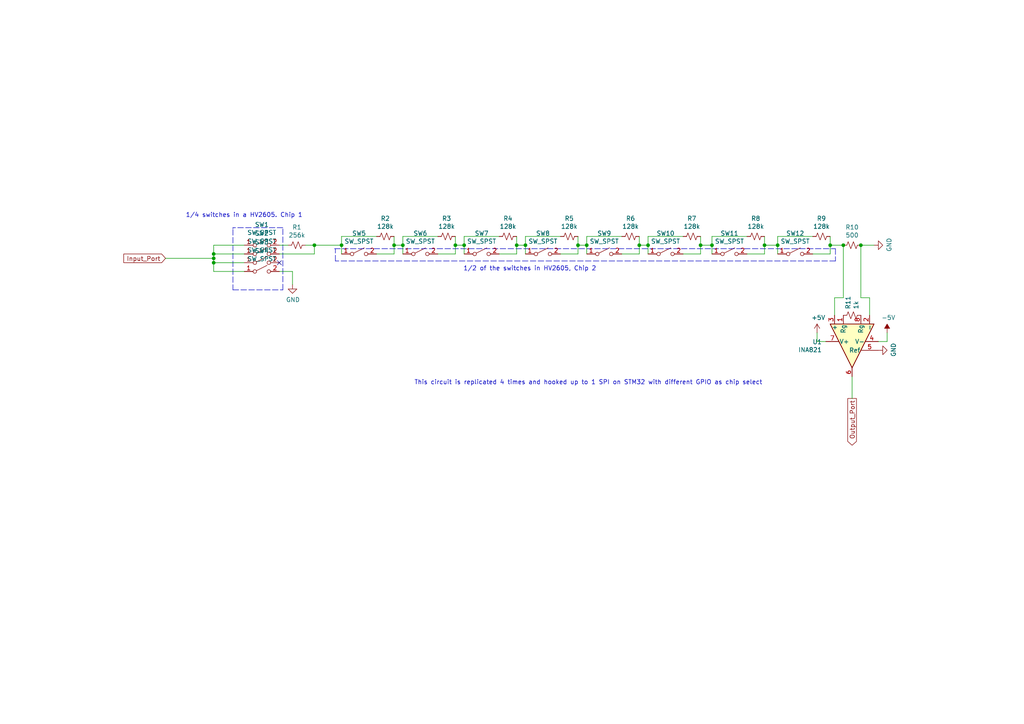
<source format=kicad_sch>
(kicad_sch (version 20211123) (generator eeschema)
  (paper "A4")
  (lib_symbols
    (symbol "Amplifier_Instrumentation:INA129" (pin_names (offset 0.127))
      (property "Reference" "U" (at 3.81 3.175 0))
      (property "Value" "INA129" (at 3.81 -3.175 0))
      (symbol "INA129_0_1"
        (polyline (pts (xy 7.62 0) (xy -5.08 6.35) (xy -5.08 -6.35) (xy 7.62 0)) (stroke (width 0.254)) (fill (type background)))
      )
      (symbol "INA129_1_1"
        (pin passive line (at -7.62 2.54 0) (length 2.54) (name "Rg") (number "1"))
        (pin input line (at -7.62 -5.08 0) (length 2.54) (name "-") (number "2"))
        (pin input line (at -7.62 5.08 0) (length 2.54) (name "+") (number "3"))
        (pin power_in line (at 0 -7.62 90) (length 3.81) (name "V-") (number "4"))
        (pin input line (at 2.54 -7.62 90) (length 5.08) (name "Ref") (number "5"))
        (pin output line (at 10.16 0 180) (length 2.54) (name "~") (number "6"))
        (pin power_in line (at 0 7.62 270) (length 3.81) (name "V+") (number "7"))
        (pin passive line (at -7.62 -2.54 0) (length 2.54) (name "Rg") (number "8"))
      )
    )
    (symbol "Device:R_Small_US" (pin_numbers hide) (pin_names (offset 0.254) hide)
      (property "Reference" "R" (at 0.762 0.508 0))
      (property "Value" "R_Small_US" (at 0.762 -1.016 0))
      (symbol "R_Small_US_1_1"
        (polyline (pts (xy 0 0) (xy 1.016 -0.381) (xy 0 -0.762) (xy -1.016 -1.143) (xy 0 -1.524)))
        (polyline (pts (xy 0 1.524) (xy 1.016 1.143) (xy 0 0.762) (xy -1.016 0.381) (xy 0 0)))
        (pin passive line (at 0 2.54 270) (length 1.016) (name "~") (number "1"))
        (pin passive line (at 0 -2.54 90) (length 1.016) (name "~") (number "2"))
      )
    )
    (symbol "Switch:SW_SPST" (pin_names (offset 0) hide)
      (property "Reference" "SW" (at 0 3.175 0))
      (property "Value" "SW_SPST" (at 0 -2.54 0))
      (symbol "SW_SPST_0_0"
        (circle (center -2.032 0) (radius 0.508))
        (polyline (pts (xy -1.524 0.254) (xy 1.524 1.778)))
        (circle (center 2.032 0) (radius 0.508))
      )
      (symbol "SW_SPST_1_1"
        (pin passive line (at -5.08 0 0) (length 2.54) (name "A") (number "1"))
        (pin passive line (at 5.08 0 180) (length 2.54) (name "B") (number "2"))
      )
    )
    (symbol "power:+5V" (power) (pin_names (offset 0))
      (property "Value" "+5V" (at 0 3.556 0))
      (symbol "+5V_0_1"
        (polyline (pts (xy -0.762 1.27) (xy 0 2.54)))
        (polyline (pts (xy 0 0) (xy 0 2.54)))
        (polyline (pts (xy 0 2.54) (xy 0.762 1.27)))
      )
      (symbol "+5V_1_1"
        (pin power_in line (at 0 0 90) (length 0) hide (name "+5V") (number "1"))
      )
    )
    (symbol "power:-5V" (power) (pin_names (offset 0))
      (property "Value" "-5V" (at 0 3.81 0))
      (symbol "-5V_0_0"
        (pin power_in line (at 0 0 90) (length 0) hide (name "-5V") (number "1"))
      )
      (symbol "-5V_0_1"
        (polyline (pts (xy 0 0) (xy 0 1.27) (xy 0.762 1.27) (xy 0 2.54) (xy -0.762 1.27) (xy 0 1.27)) (fill (type outline)))
      )
    )
    (symbol "power:GND" (power) (pin_names (offset 0))
      (property "Value" "GND" (at 0 -3.81 0))
      (symbol "GND_0_1"
        (polyline (pts (xy 0 0) (xy 0 -1.27) (xy 1.27 -1.27) (xy 0 -2.54) (xy -1.27 -1.27) (xy 0 -1.27)))
      )
      (symbol "GND_1_1"
        (pin power_in line (at 0 0 270) (length 0) hide (name "GND") (number "1"))
      )
    )
  )
  (junction (at 187.96 71.12))
  (junction (at 61.976 74.93))
  (junction (at 152.4 71.12))
  (junction (at 61.976 76.2))
  (junction (at 99.06 71.12))
  (junction (at 149.86 71.12))
  (junction (at 221.742 71.12))
  (junction (at 114.3 71.12))
  (junction (at 91.186 71.12))
  (junction (at 240.792 71.12))
  (junction (at 244.602 71.12))
  (junction (at 132.08 71.12))
  (junction (at 206.502 71.12))
  (junction (at 185.42 71.12))
  (junction (at 61.976 73.66))
  (junction (at 116.84 71.12))
  (junction (at 134.62 71.12))
  (junction (at 170.18 71.12))
  (junction (at 203.2 71.12))
  (junction (at 249.682 71.12))
  (junction (at 167.64 71.12))
  (junction (at 225.552 71.12))
  (no_connect (at 81.026 76.2))
  (wire (pts (xy 144.78 73.66) (xy 149.86 73.66)))
  (wire (pts (xy 61.976 74.93) (xy 61.976 76.2)))
  (wire (pts (xy 61.976 73.66) (xy 61.976 74.93)))
  (wire (pts (xy 244.602 86.36) (xy 242.062 86.36)))
  (wire (pts (xy 132.08 68.58) (xy 132.08 71.12)))
  (wire (pts (xy 206.502 68.58) (xy 206.502 71.12)))
  (wire (pts (xy 91.186 71.12) (xy 99.06 71.12)))
  (wire (pts (xy 48.006 74.93) (xy 61.976 74.93)))
  (wire (pts (xy 252.222 86.36) (xy 252.222 91.44)))
  (wire (pts (xy 167.64 71.12) (xy 167.64 73.66)))
  (wire (pts (xy 185.42 71.12) (xy 185.42 73.66)))
  (wire (pts (xy 116.84 68.58) (xy 116.84 71.12)))
  (polyline (pts (xy 82.042 66.04) (xy 67.564 66.04)))
  (wire (pts (xy 114.3 71.12) (xy 114.3 73.66)))
  (wire (pts (xy 167.64 71.12) (xy 170.18 71.12)))
  (wire (pts (xy 81.026 78.74) (xy 84.836 78.74)))
  (wire (pts (xy 132.08 71.12) (xy 132.08 73.66)))
  (wire (pts (xy 134.62 68.58) (xy 134.62 71.12)))
  (wire (pts (xy 109.22 68.58) (xy 99.06 68.58)))
  (wire (pts (xy 99.06 71.12) (xy 99.06 73.66)))
  (wire (pts (xy 152.4 71.12) (xy 152.4 73.66)))
  (polyline (pts (xy 242.316 75.692) (xy 97.282 75.692)))
  (wire (pts (xy 187.96 68.58) (xy 187.96 71.12)))
  (polyline (pts (xy 97.282 75.692) (xy 97.282 72.136)))
  (wire (pts (xy 180.34 73.66) (xy 185.42 73.66)))
  (wire (pts (xy 162.56 68.58) (xy 152.4 68.58)))
  (wire (pts (xy 240.792 73.66) (xy 240.792 71.12)))
  (wire (pts (xy 249.682 86.36) (xy 249.682 71.12)))
  (wire (pts (xy 242.062 86.36) (xy 242.062 91.44)))
  (wire (pts (xy 114.3 71.12) (xy 116.84 71.12)))
  (wire (pts (xy 225.552 71.12) (xy 225.552 73.66)))
  (wire (pts (xy 185.42 68.58) (xy 185.42 71.12)))
  (wire (pts (xy 257.302 96.52) (xy 257.302 99.06)))
  (wire (pts (xy 187.96 71.12) (xy 187.96 73.66)))
  (polyline (pts (xy 67.564 66.548) (xy 67.564 84.074)))
  (wire (pts (xy 240.792 71.12) (xy 240.792 68.58)))
  (wire (pts (xy 170.18 68.58) (xy 170.18 71.12)))
  (wire (pts (xy 61.976 76.2) (xy 61.976 78.74)))
  (wire (pts (xy 221.742 71.12) (xy 225.552 71.12)))
  (wire (pts (xy 61.976 73.66) (xy 70.866 73.66)))
  (wire (pts (xy 216.662 68.58) (xy 206.502 68.58)))
  (wire (pts (xy 127 73.66) (xy 132.08 73.66)))
  (wire (pts (xy 84.836 78.74) (xy 84.836 82.55)))
  (wire (pts (xy 167.64 68.58) (xy 167.64 71.12)))
  (wire (pts (xy 127 68.58) (xy 116.84 68.58)))
  (wire (pts (xy 109.22 73.66) (xy 114.3 73.66)))
  (wire (pts (xy 81.026 73.66) (xy 91.186 73.66)))
  (wire (pts (xy 91.186 73.66) (xy 91.186 71.12)))
  (wire (pts (xy 235.712 68.58) (xy 225.552 68.58)))
  (polyline (pts (xy 97.028 72.136) (xy 242.316 72.136)))
  (polyline (pts (xy 67.564 66.04) (xy 67.564 66.294)))
  (wire (pts (xy 244.602 71.12) (xy 240.792 71.12)))
  (wire (pts (xy 149.86 68.58) (xy 149.86 71.12)))
  (wire (pts (xy 225.552 68.58) (xy 225.552 71.12)))
  (wire (pts (xy 134.62 71.12) (xy 134.62 73.66)))
  (wire (pts (xy 236.982 96.52) (xy 236.982 99.06)))
  (wire (pts (xy 61.976 78.74) (xy 70.866 78.74)))
  (wire (pts (xy 206.502 71.12) (xy 206.502 73.66)))
  (wire (pts (xy 257.302 99.06) (xy 254.762 99.06)))
  (wire (pts (xy 61.976 71.12) (xy 61.976 73.66)))
  (wire (pts (xy 114.3 68.58) (xy 114.3 71.12)))
  (wire (pts (xy 61.976 76.2) (xy 70.866 76.2)))
  (wire (pts (xy 203.2 71.12) (xy 203.2 73.66)))
  (wire (pts (xy 81.026 71.12) (xy 83.566 71.12)))
  (wire (pts (xy 253.492 71.12) (xy 249.682 71.12)))
  (wire (pts (xy 203.2 68.58) (xy 203.2 71.12)))
  (wire (pts (xy 247.142 115.57) (xy 247.142 109.22)))
  (polyline (pts (xy 67.564 84.074) (xy 82.042 84.074)))
  (wire (pts (xy 149.86 71.12) (xy 152.4 71.12)))
  (wire (pts (xy 99.06 68.58) (xy 99.06 71.12)))
  (wire (pts (xy 203.2 71.12) (xy 206.502 71.12)))
  (wire (pts (xy 152.4 68.58) (xy 152.4 71.12)))
  (wire (pts (xy 61.976 71.12) (xy 70.866 71.12)))
  (wire (pts (xy 244.602 86.36) (xy 244.602 71.12)))
  (wire (pts (xy 185.42 71.12) (xy 187.96 71.12)))
  (wire (pts (xy 170.18 71.12) (xy 170.18 73.66)))
  (wire (pts (xy 198.12 68.58) (xy 187.96 68.58)))
  (wire (pts (xy 88.646 71.12) (xy 91.186 71.12)))
  (wire (pts (xy 116.84 71.12) (xy 116.84 73.66)))
  (wire (pts (xy 235.712 73.66) (xy 240.792 73.66)))
  (wire (pts (xy 149.86 71.12) (xy 149.86 73.66)))
  (wire (pts (xy 198.12 73.66) (xy 203.2 73.66)))
  (wire (pts (xy 132.08 71.12) (xy 134.62 71.12)))
  (wire (pts (xy 216.662 73.66) (xy 221.742 73.66)))
  (polyline (pts (xy 242.316 72.136) (xy 242.316 75.692)))
  (wire (pts (xy 162.56 73.66) (xy 167.64 73.66)))
  (wire (pts (xy 236.982 99.06) (xy 239.522 99.06)))
  (wire (pts (xy 180.34 68.58) (xy 170.18 68.58)))
  (wire (pts (xy 144.78 68.58) (xy 134.62 68.58)))
  (polyline (pts (xy 82.042 84.074) (xy 82.042 66.04)))
  (wire (pts (xy 221.742 71.12) (xy 221.742 73.66)))
  (wire (pts (xy 249.682 86.36) (xy 252.222 86.36)))
  (wire (pts (xy 221.742 68.58) (xy 221.742 71.12)))
  (text "1/2 of the switches in HV2605, Chip 2" (at 134.366 78.74 0) (effects (font (size 1.27 1.27)) (justify left bottom)))
  (text "1/4 switches in a HV2605. Chip 1" (at 53.848 63.246 0) (effects (font (size 1.27 1.27)) (justify left bottom)))
  (text "This circuit is replicated 4 times and hooked up to 1 SPI on STM32 with different GPIO as chip select" (at 120.142 111.76 0) (effects (font (size 1.27 1.27)) (justify left bottom)))
  (global_label "Input_Port" (shape input) (at 48.006 74.93 180) (property "Intersheet References" "${INTERSHEET_REFS}" (effects hide)))
  (global_label "Output_Port" (shape output) (at 247.142 115.57 270) (property "Intersheet References" "${INTERSHEET_REFS}" (effects hide)))
  (symbol (lib_id "Device:R_Small_US") (at 238.252 68.58 90) (unit 1)
    (property "Reference" "R9" (at 238.252 63.373 90))
    (property "Value" "128k" (at 238.252 65.6844 90))
  )
  (symbol (lib_id "Device:R_Small_US") (at 247.142 71.12 90) (unit 1)
    (property "Reference" "R10" (at 247.142 65.913 90))
    (property "Value" "500" (at 247.142 68.2244 90))
  )
  (symbol (lib_id "power:GND") (at 253.492 71.12 90) (unit 1)
    (property "Reference" "#PWR03" (effects hide))
    (property "Value" "GND" (at 257.8862 70.993 0))
  )
  (symbol (lib_id "power:GND") (at 84.836 82.55 0) (unit 1)
    (property "Reference" "#PWR01" (effects hide))
    (property "Value" "GND" (at 84.963 86.9442 0))
  )
  (symbol (lib_id "Device:R_Small_US") (at 86.106 71.12 90) (unit 1)
    (property "Reference" "R1" (at 86.106 65.913 90))
    (property "Value" "256k" (at 86.106 68.2244 90))
  )
  (symbol (lib_id "Amplifier_Instrumentation:INA129") (at 247.142 99.06 90) (mirror x) (unit 1)
    (property "Reference" "U1" (at 238.4044 99.1616 90) (effects (justify left)))
    (property "Value" "INA821" (at 238.4044 101.473 90) (effects (justify left)))
  )
  (symbol (lib_id "Device:R_Small_US") (at 247.142 91.44 90) (unit 1)
    (property "Reference" "R11" (at 245.9736 89.7128 0) (effects (justify left)))
    (property "Value" "1k" (at 248.285 89.7128 0) (effects (justify left)))
  )
  (symbol (lib_id "power:GND") (at 254.762 101.6 90) (unit 1)
    (property "Reference" "#PWR04" (effects hide))
    (property "Value" "GND" (at 259.1562 101.473 0))
  )
  (symbol (lib_id "power:+5V") (at 236.982 96.52 0) (unit 1)
    (property "Reference" "#PWR02" (effects hide))
    (property "Value" "+5V" (at 237.363 92.1258 0))
  )
  (symbol (lib_id "power:-5V") (at 257.302 96.52 0) (unit 1)
    (property "Reference" "#PWR05" (effects hide))
    (property "Value" "-5V" (at 257.683 92.1258 0))
  )
  (symbol (lib_id "Switch:SW_SPST") (at 230.632 73.66 0) (unit 1)
    (property "Reference" "SW12" (at 230.632 67.691 0))
    (property "Value" "SW_SPST" (at 230.632 70.0024 0))
  )
  (symbol (lib_id "Device:R_Small_US") (at 219.202 68.58 90) (unit 1)
    (property "Reference" "R8" (at 219.202 63.373 90))
    (property "Value" "128k" (at 219.202 65.6844 90))
  )
  (symbol (lib_id "Switch:SW_SPST") (at 211.582 73.66 0) (unit 1)
    (property "Reference" "SW11" (at 211.582 67.691 0))
    (property "Value" "SW_SPST" (at 211.582 70.0024 0))
  )
  (symbol (lib_id "Device:R_Small_US") (at 200.66 68.58 90) (unit 1)
    (property "Reference" "R7" (at 200.66 63.373 90))
    (property "Value" "128k" (at 200.66 65.6844 90))
  )
  (symbol (lib_id "Switch:SW_SPST") (at 193.04 73.66 0) (unit 1)
    (property "Reference" "SW10" (at 193.04 67.691 0))
    (property "Value" "SW_SPST" (at 193.04 70.0024 0))
  )
  (symbol (lib_id "Device:R_Small_US") (at 182.88 68.58 90) (unit 1)
    (property "Reference" "R6" (at 182.88 63.373 90))
    (property "Value" "128k" (at 182.88 65.6844 90))
  )
  (symbol (lib_id "Switch:SW_SPST") (at 175.26 73.66 0) (unit 1)
    (property "Reference" "SW9" (at 175.26 67.691 0))
    (property "Value" "SW_SPST" (at 175.26 70.0024 0))
  )
  (symbol (lib_id "Device:R_Small_US") (at 165.1 68.58 90) (unit 1)
    (property "Reference" "R5" (at 165.1 63.373 90))
    (property "Value" "128k" (at 165.1 65.6844 90))
  )
  (symbol (lib_id "Switch:SW_SPST") (at 157.48 73.66 0) (unit 1)
    (property "Reference" "SW8" (at 157.48 67.691 0))
    (property "Value" "SW_SPST" (at 157.48 70.0024 0))
  )
  (symbol (lib_id "Device:R_Small_US") (at 147.32 68.58 90) (unit 1)
    (property "Reference" "R4" (at 147.32 63.373 90))
    (property "Value" "128k" (at 147.32 65.6844 90))
  )
  (symbol (lib_id "Switch:SW_SPST") (at 139.7 73.66 0) (unit 1)
    (property "Reference" "SW7" (at 139.7 67.691 0))
    (property "Value" "SW_SPST" (at 139.7 70.0024 0))
  )
  (symbol (lib_id "Device:R_Small_US") (at 129.54 68.58 90) (unit 1)
    (property "Reference" "R3" (at 129.54 63.373 90))
    (property "Value" "128k" (at 129.54 65.6844 90))
  )
  (symbol (lib_id "Switch:SW_SPST") (at 121.92 73.66 0) (unit 1)
    (property "Reference" "SW6" (at 121.92 67.691 0))
    (property "Value" "SW_SPST" (at 121.92 70.0024 0))
  )
  (symbol (lib_id "Device:R_Small_US") (at 111.76 68.58 90) (unit 1)
    (property "Reference" "R2" (at 111.76 63.373 90))
    (property "Value" "128k" (at 111.76 65.6844 90))
  )
  (symbol (lib_id "Switch:SW_SPST") (at 104.14 73.66 0) (unit 1)
    (property "Reference" "SW5" (at 104.14 67.691 0))
    (property "Value" "SW_SPST" (at 104.14 70.0024 0))
  )
  (symbol (lib_id "Switch:SW_SPST") (at 75.946 71.12 0) (unit 1)
    (property "Reference" "SW1" (at 75.946 65.151 0))
    (property "Value" "SW_SPST" (at 75.946 67.4624 0))
  )
  (symbol (lib_id "Switch:SW_SPST") (at 75.946 73.66 0) (unit 1)
    (property "Reference" "SW2" (at 75.946 67.691 0))
    (property "Value" "SW_SPST" (at 75.946 70.0024 0))
  )
  (symbol (lib_id "Switch:SW_SPST") (at 75.946 76.2 0) (unit 1)
    (property "Reference" "SW3" (at 75.946 70.231 0))
    (property "Value" "SW_SPST" (at 75.946 72.5424 0))
  )
  (symbol (lib_id "Switch:SW_SPST") (at 75.946 78.74 0) (unit 1)
    (property "Reference" "SW4" (at 75.946 72.771 0))
    (property "Value" "SW_SPST" (at 75.946 75.0824 0))
  )
)
</source>
